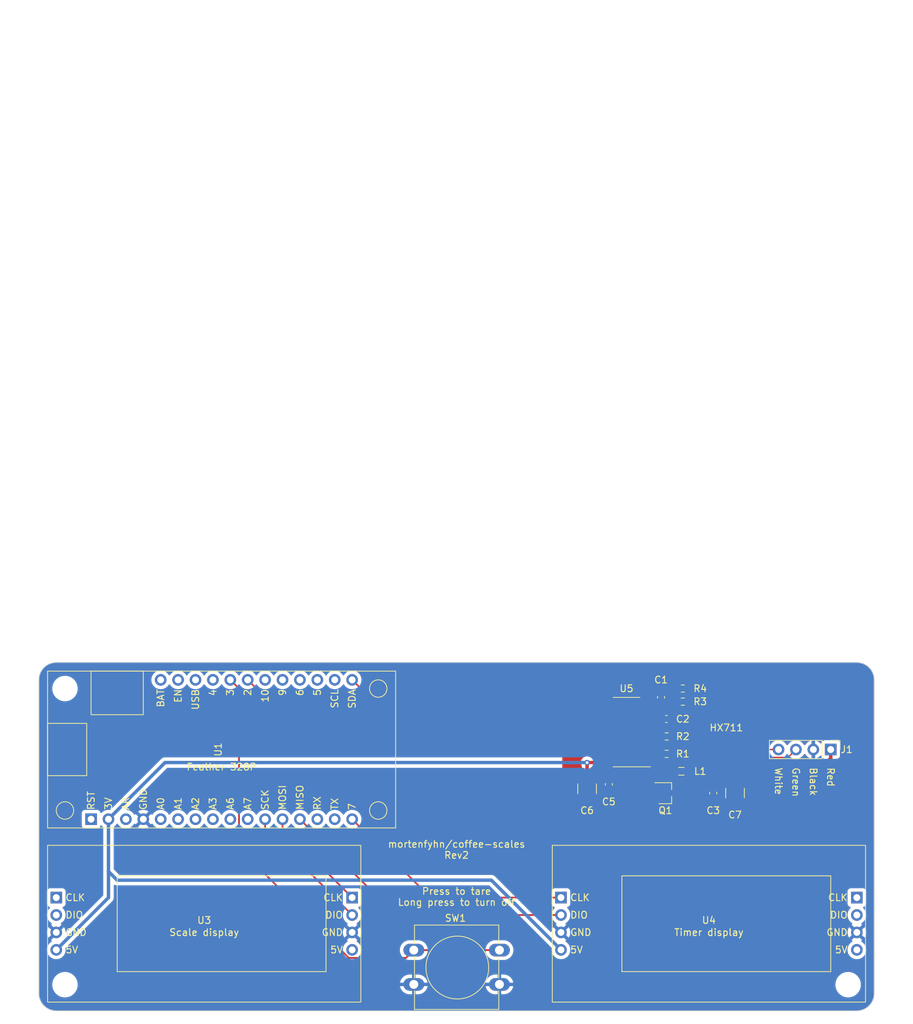
<source format=kicad_pcb>
(kicad_pcb (version 20240108) (generator "pcbnew") (generator_version "8.0")
  (layers (0 "F.Cu" signal) (31 "B.Cu" signal) (34 "B.Paste" user) (35 "F.Paste" user) (36 "B.SilkS" user "B.Silkscreen") (37 "F.SilkS" user "F.Silkscreen") (38 "B.Mask" user) (39 "F.Mask" user) (44 "Edge.Cuts" user))
  (net 0 "")
  (net 1 "GND")
  (net 2 "+3V3")
  (net 3 "/HX711/A+")
  (net 4 "/HX711/A-")
  (net 5 "Net-(U1-D3)")
  (net 7 "Net-(U1-MOSI)")
  (net 11 "/HX711/SCK")
  (net 16 "Net-(U1-D7)")
  (net 19 "/HX711/DAT")
  (net 20 "Net-(U1-SCK)")
  (net 29 "Net-(U1-MISO)")
  (net 37 "Net-(Q1-C)")
  (net 38 "Net-(Q1-B)")
  (net 39 "/HX711/E+")
  (net 40 "Net-(U5-INNA)")
  (net 41 "Net-(U5-INPA)")
  (net 42 "Net-(U5-VBG)")
  (net 43 "Net-(U5-VFB)")
  (footprint "Button_Switch_THT:SW_PUSH-12mm" (layer "F.Cu") (at 87.74 163.87)
    (property "Reference" "SW1" (at 6.08 -4.66 0) (layer "F.SilkS"))
    (property "Value" "SW_Push")
    (fp_line (start 0.1 -3.65) (end 12.4 -3.65) (stroke (width 0.12)) (layer "F.SilkS"))
    (fp_line (start 0.1 -0.93) (end 0.1 -3.65) (stroke (width 0.12)) (layer "F.SilkS"))
    (fp_line (start 0.1 4.07) (end 0.1 0.93) (stroke (width 0.12)) (layer "F.SilkS"))
    (fp_line (start 0.1 8.65) (end 0.1 5.93) (stroke (width 0.12)) (layer "F.SilkS"))
    (fp_line (start 12.4 -3.65) (end 12.4 -0.93) (stroke (width 0.12)) (layer "F.SilkS"))
    (fp_line (start 12.4 0.93) (end 12.4 4.07) (stroke (width 0.12)) (layer "F.SilkS"))
    (fp_line (start 12.4 5.93) (end 12.4 8.65) (stroke (width 0.12)) (layer "F.SilkS"))
    (fp_line (start 12.4 8.65) (end 0.1 8.65) (stroke (width 0.12)) (layer "F.SilkS"))
    (fp_circle (center 6.35 2.54) (end 10.16 5.08) (stroke (width 0.12)) (fill none) (layer "F.SilkS"))
    (pad "1" thru_hole oval (at 0 0) (size 3.048 1.85) (drill 1.3) (layers "*.Cu" "*.Mask") (net 5 "Net-(U1-D3)"))
    (pad "1" thru_hole oval (at 12.5 0) (size 3.048 1.85) (drill 1.3) (layers "*.Cu" "*.Mask") (net 5 "Net-(U1-D3)"))
    (pad "2" thru_hole oval (at 0 5) (size 3.048 1.85) (drill 1.3) (layers "*.Cu" "*.Mask") (net 1 "GND"))
    (pad "2" thru_hole oval (at 12.5 5) (size 3.048 1.85) (drill 1.3) (layers "*.Cu" "*.Mask") (net 1 "GND"))
  )
  (footprint "Capacitor_SMD:C_0603_1608Metric" (layer "F.Cu") (at 131.445 140.97 -90)
    (property "Reference" "C3" (at 2.54 0 0) (layer "F.SilkS"))
    (property "Value" "0.1uF")
    (fp_line (start -0.14058 0.51) (end 0.14058 0.51) (stroke (width 0.12)) (layer "F.SilkS"))
    (fp_line (start -0.14058 -0.51) (end 0.14058 -0.51) (stroke (width 0.12)) (layer "F.SilkS"))
    (pad "1" smd roundrect (at -0.775 0 270) (size 0.9 0.95) (layers "F.Cu" "F.Paste" "F.Mask") (net 39 "/HX711/E+"))
    (pad "2" smd roundrect (at 0.775 0 270) (size 0.9 0.95) (layers "F.Cu" "F.Paste" "F.Mask") (net 1 "GND"))
  )
  (footprint "Resistor_SMD:R_0603_1608Metric" (layer "F.Cu") (at 127 125.73)
    (property "Reference" "R4" (at 2.54 0 0) (layer "F.SilkS"))
    (property "Value" "100")
    (fp_line (start -0.237258 -0.5225) (end 0.237258 -0.5225) (stroke (width 0.12)) (layer "F.SilkS"))
    (fp_line (start -0.237258 0.5225) (end 0.237258 0.5225) (stroke (width 0.12)) (layer "F.SilkS"))
    (pad "1" smd roundrect (at -0.825 0) (size 0.8 0.95) (layers "F.Cu" "F.Paste" "F.Mask") (net 41 "Net-(U5-INPA)"))
    (pad "2" smd roundrect (at 0.825 0) (size 0.8 0.95) (layers "F.Cu" "F.Paste" "F.Mask") (net 3 "/HX711/A+"))
  )
  (footprint "Resistor_SMD:R_0603_1608Metric" (layer "F.Cu") (at 124.65 132.715)
    (property "Reference" "R2" (at 2.35 0 0) (layer "F.SilkS"))
    (property "Value" "8.2k")
    (fp_line (start -0.237258 -0.5225) (end 0.237258 -0.5225) (stroke (width 0.12)) (layer "F.SilkS"))
    (fp_line (start -0.237258 0.5225) (end 0.237258 0.5225) (stroke (width 0.12)) (layer "F.SilkS"))
    (pad "1" smd roundrect (at -0.825 0) (size 0.8 0.95) (layers "F.Cu" "F.Paste" "F.Mask") (net 43 "Net-(U5-VFB)"))
    (pad "2" smd roundrect (at 0.825 0) (size 0.8 0.95) (layers "F.Cu" "F.Paste" "F.Mask") (net 1 "GND"))
  )
  (footprint "Capacitor_SMD:C_0603_1608Metric" (layer "F.Cu") (at 116.205 139.7 -90)
    (property "Reference" "C5" (at 2.54 0 0) (layer "F.SilkS"))
    (property "Value" "0.1uF")
    (fp_line (start -0.14058 0.51) (end 0.14058 0.51) (stroke (width 0.12)) (layer "F.SilkS"))
    (fp_line (start -0.14058 -0.51) (end 0.14058 -0.51) (stroke (width 0.12)) (layer "F.SilkS"))
    (pad "1" smd roundrect (at -0.775 0 270) (size 0.9 0.95) (layers "F.Cu" "F.Paste" "F.Mask") (net 2 "+3V3"))
    (pad "2" smd roundrect (at 0.775 0 270) (size 0.9 0.95) (layers "F.Cu" "F.Paste" "F.Mask") (net 1 "GND"))
  )
  (footprint "Resistor_SMD:R_0603_1608Metric" (layer "F.Cu") (at 124.65 135.255)
    (property "Reference" "R1" (at 2.35 0 0) (layer "F.SilkS"))
    (property "Value" "20k")
    (fp_line (start -0.237258 -0.5225) (end 0.237258 -0.5225) (stroke (width 0.12)) (layer "F.SilkS"))
    (fp_line (start -0.237258 0.5225) (end 0.237258 0.5225) (stroke (width 0.12)) (layer "F.SilkS"))
    (pad "1" smd roundrect (at -0.825 0) (size 0.8 0.95) (layers "F.Cu" "F.Paste" "F.Mask") (net 37 "Net-(Q1-C)"))
    (pad "2" smd roundrect (at 0.825 0) (size 0.8 0.95) (layers "F.Cu" "F.Paste" "F.Mask") (net 43 "Net-(U5-VFB)"))
  )
  (footprint "CoffeeLib:4DIGIT_7SEG" (layer "F.Cu") (at 130.81 160.02)
    (property "Reference" "U4" (at 0 -0.5 0) (layer "F.SilkS"))
    (property "Value" "4DIGIT_7SEG")
    (fp_rect (start -22.86 -11.43) (end 22.86 11.43) (stroke (width 0.12)) (fill none) (layer "F.SilkS"))
    (fp_rect (start 17.78 6.985) (end -12.7 -6.985) (stroke (width 0.12)) (fill none) (layer "F.SilkS"))
    (fp_text user "CLK" (at -20.32 -3.81 0) (layer "F.SilkS") (effects (justify left)))
    (fp_text user "5V" (at -20.32 3.81 0) (layer "F.SilkS") (effects (justify left)))
    (fp_text user "5V" (at 20.32 3.81 0) (layer "F.SilkS") (effects (justify right)))
    (fp_text user "DIO" (at 20.32 -1.27 0) (layer "F.SilkS") (effects (justify right)))
    (fp_text user "GND" (at -20.32 1.27 0) (layer "F.SilkS") (effects (justify left)))
    (fp_text user "GND" (at 20.32 1.27 0) (layer "F.SilkS") (effects (justify right)))
    (fp_text user "CLK" (at 20.32 -3.81 0) (layer "F.SilkS") (effects (justify right)))
    (fp_text user "DIO" (at -20.32 -1.27 0) (layer "F.SilkS") (effects (justify left)))
    (pad "1" thru_hole rect (at -21.59 -3.81) (size 1.7 1.7) (drill 1) (layers "*.Cu" "*.Mask") (net 16 "Net-(U1-D7)"))
    (pad "2" thru_hole circle (at -21.59 -1.27) (size 1.7 1.7) (drill 1) (layers "*.Cu" "*.Mask") (net 29 "Net-(U1-MISO)"))
    (pad "3" thru_hole circle (at -21.59 1.27) (size 1.7 1.7) (drill 1) (layers "*.Cu" "*.Mask") (net 1 "GND"))
    (pad "4" thru_hole circle (at -21.59 3.81) (size 1.7 1.7) (drill 1) (layers "*.Cu" "*.Mask") (net 2 "+3V3"))
    (pad "5" thru_hole rect (at 21.59 -3.81) (size 1.7 1.7) (drill 1) (layers "*.Cu" "*.Mask"))
    (pad "6" thru_hole circle (at 21.59 -1.27) (size 1.7 1.7) (drill 1) (layers "*.Cu" "*.Mask"))
    (pad "7" thru_hole circle (at 21.59 1.27) (size 1.7 1.7) (drill 1) (layers "*.Cu" "*.Mask") (net 1 "GND"))
    (pad "8" thru_hole circle (at 21.59 3.81) (size 1.7 1.7) (drill 1) (layers "*.Cu" "*.Mask"))
  )
  (footprint "CoffeeLib:4DIGIT_7SEG" (layer "F.Cu") (at 57.15 160.02)
    (property "Reference" "U3" (at 0 -0.5 0) (layer "F.SilkS"))
    (property "Value" "4DIGIT_7SEG")
    (fp_rect (start -22.86 -11.43) (end 22.86 11.43) (stroke (width 0.12)) (fill none) (layer "F.SilkS"))
    (fp_rect (start 17.78 6.985) (end -12.7 -6.985) (stroke (width 0.12)) (fill none) (layer "F.SilkS"))
    (fp_text user "CLK" (at -20.32 -3.81 0) (layer "F.SilkS") (effects (justify left)))
    (fp_text user "GND" (at 20.32 1.27 0) (layer "F.SilkS") (effects (justify right)))
    (fp_text user "GND" (at -20.32 1.27 0) (layer "F.SilkS") (effects (justify left)))
    (fp_text user "5V" (at -20.32 3.81 0) (layer "F.SilkS") (effects (justify left)))
    (fp_text user "CLK" (at 20.32 -3.81 0) (layer "F.SilkS") (effects (justify right)))
    (fp_text user "5V" (at 20.32 3.81 0) (layer "F.SilkS") (effects (justify right)))
    (fp_text user "DIO" (at -20.32 -1.27 0) (layer "F.SilkS") (effects (justify left)))
    (fp_text user "DIO" (at 20.32 -1.27 0) (layer "F.SilkS") (effects (justify right)))
    (pad "1" thru_hole rect (at -21.59 -3.81) (size 1.7 1.7) (drill 1) (layers "*.Cu" "*.Mask"))
    (pad "2" thru_hole circle (at -21.59 -1.27) (size 1.7 1.7) (drill 1) (layers "*.Cu" "*.Mask"))
    (pad "3" thru_hole circle (at -21.59 1.27) (size 1.7 1.7) (drill 1) (layers "*.Cu" "*.Mask") (net 1 "GND"))
    (pad "4" thru_hole circle (at -21.59 3.81) (size 1.7 1.7) (drill 1) (layers "*.Cu" "*.Mask") (net 2 "+3V3"))
    (pad "5" thru_hole rect (at 21.59 -3.81) (size 1.7 1.7) (drill 1) (layers "*.Cu" "*.Mask") (net 7 "Net-(U1-MOSI)"))
    (pad "6" thru_hole circle (at 21.59 -1.27) (size 1.7 1.7) (drill 1) (layers "*.Cu" "*.Mask") (net 20 "Net-(U1-SCK)"))
    (pad "7" thru_hole circle (at 21.59 1.27) (size 1.7 1.7) (drill 1) (layers "*.Cu" "*.Mask") (net 1 "GND"))
    (pad "8" thru_hole circle (at 21.59 3.81) (size 1.7 1.7) (drill 1) (layers "*.Cu" "*.Mask"))
  )
  (footprint "Connector_PinHeader_2.54mm:PinHeader_1x04_P2.54mm_Vertical" (layer "F.Cu") (at 148.59 134.62 -90)
    (property "Reference" "J1" (at 0 -2.33 0) (layer "F.SilkS"))
    (property "Value" "Conn_01x04")
    (fp_line (start -1.33 8.95) (end 1.33 8.95) (stroke (width 0.12)) (layer "F.SilkS"))
    (fp_line (start -1.33 1.27) (end -1.33 8.95) (stroke (width 0.12)) (layer "F.SilkS"))
    (fp_line (start -1.33 1.27) (end 1.33 1.27) (stroke (width 0.12)) (layer "F.SilkS"))
    (fp_line (start 1.33 1.27) (end 1.33 8.95) (stroke (width 0.12)) (layer "F.SilkS"))
    (fp_line (start -1.33 0) (end -1.33 -1.33) (stroke (width 0.12)) (layer "F.SilkS"))
    (fp_line (start -1.33 -1.33) (end 0 -1.33) (stroke (width 0.12)) (layer "F.SilkS"))
    (pad "1" thru_hole rect (at 0 0 270) (size 1.7 1.7) (drill 1) (layers "*.Cu" "*.Mask") (net 39 "/HX711/E+"))
    (pad "2" thru_hole oval (at 0 2.54 270) (size 1.7 1.7) (drill 1) (layers "*.Cu" "*.Mask") (net 1 "GND"))
    (pad "3" thru_hole oval (at 0 5.08 270) (size 1.7 1.7) (drill 1) (layers "*.Cu" "*.Mask") (net 4 "/HX711/A-"))
    (pad "4" thru_hole oval (at 0 7.62 270) (size 1.7 1.7) (drill 1) (layers "*.Cu" "*.Mask") (net 3 "/HX711/A+"))
  )
  (footprint "Package_TO_SOT_SMD:TSOT-23" (layer "F.Cu") (at 124.42 140.97)
    (property "Reference" "Q1" (at 0.04 2.54 0) (layer "F.SilkS"))
    (property "Value" "MMBT4403")
    (fp_line (start 0.93 -1.51) (end -1.5 -1.51) (stroke (width 0.12)) (layer "F.SilkS"))
    (fp_line (start 0.95 -1.5) (end 0.95 -0.5) (stroke (width 0.12)) (layer "F.SilkS"))
    (fp_line (start 0.95 0.5) (end 0.95 1.55) (stroke (width 0.12)) (layer "F.SilkS"))
    (fp_line (start 0.95 1.55) (end -0.9 1.55) (stroke (width 0.12)) (layer "F.SilkS"))
    (pad "1" smd rect (at -1.31 -0.95) (size 1.22 0.65) (layers "F.Cu" "F.Paste" "F.Mask") (net 38 "Net-(Q1-B)"))
    (pad "2" smd rect (at -1.31 0.95) (size 1.22 0.65) (layers "F.Cu" "F.Paste" "F.Mask") (net 2 "+3V3"))
    (pad "3" smd rect (at 1.31 0) (size 1.22 0.65) (layers "F.Cu" "F.Paste" "F.Mask") (net 37 "Net-(Q1-C)"))
  )
  (footprint "Capacitor_SMD:C_1210_3225Metric" (layer "F.Cu") (at 134.62 140.97 -90)
    (property "Reference" "C7" (at 3.175 0 0) (layer "F.SilkS"))
    (property "Value" "10uF")
    (fp_line (start -0.711252 1.36) (end 0.711252 1.36) (stroke (width 0.12)) (layer "F.SilkS"))
    (fp_line (start -0.711252 -1.36) (end 0.711252 -1.36) (stroke (width 0.12)) (layer "F.SilkS"))
    (pad "1" smd roundrect (at -1.475 0 270) (size 1.15 2.7) (layers "F.Cu" "F.Paste" "F.Mask") (roundrect_rratio 0.217391) (net 39 "/HX711/E+"))
    (pad "2" smd roundrect (at 1.475 0 270) (size 1.15 2.7) (layers "F.Cu" "F.Paste" "F.Mask") (roundrect_rratio 0.217391) (net 1 "GND"))
  )
  (footprint "MountingHole:MountingHole_3.2mm_M3" (layer "F.Cu") (at 151.13 168.91)
    (property "Reference" "REF**" (hide yes))
    (property "Value" "MountingHole_3.2mm_M3")
    (pad "" np_thru_hole circle (at 0 0) (size 3.2 3.2) (drill 3.2) (layers "*.Cu" "*.Mask"))
  )
  (footprint "MountingHole:MountingHole_3.2mm_M3" (layer "F.Cu") (at 36.83 168.91)
    (property "Reference" "REF**" (hide yes))
    (property "Value" "MountingHole_3.2mm_M3")
    (pad "" np_thru_hole circle (at 0 0) (size 3.2 3.2) (drill 3.2) (layers "*.Cu" "*.Mask"))
  )
  (footprint "MountingHole:MountingHole_3.2mm_M3" (layer "F.Cu") (at 36.83 125.73)
    (property "Reference" "REF**" (hide yes))
    (property "Value" "MountingHole_3.2mm_M3")
    (pad "" np_thru_hole circle (at 0 0) (size 3.2 3.2) (drill 3.2) (layers "*.Cu" "*.Mask"))
  )
  (footprint "Capacitor_SMD:C_0603_1608Metric" (layer "F.Cu") (at 123.825 127 90)
    (property "Reference" "C1" (at 2.54 0 0) (layer "F.SilkS"))
    (property "Value" "0.1uF")
    (fp_line (start -0.14058 -0.51) (end 0.14058 -0.51) (stroke (width 0.12)) (layer "F.SilkS"))
    (fp_line (start -0.14058 0.51) (end 0.14058 0.51) (stroke (width 0.12)) (layer "F.SilkS"))
    (pad "1" smd roundrect (at -0.775 0 90) (size 0.9 0.95) (layers "F.Cu" "F.Paste" "F.Mask") (net 40 "Net-(U5-INNA)"))
    (pad "2" smd roundrect (at 0.775 0 90) (size 0.9 0.95) (layers "F.Cu" "F.Paste" "F.Mask") (net 41 "Net-(U5-INPA)"))
  )
  (footprint "Inductor_SMD:L_0805_2012Metric" (layer "F.Cu") (at 126.7925 137.795 180)
    (property "Reference" "L1" (at -2.7475 0 0) (layer "F.SilkS"))
    (property "Value" "3.3uH")
    (fp_line (start -0.399622 0.56) (end 0.399622 0.56) (stroke (width 0.12)) (layer "F.SilkS"))
    (fp_line (start -0.399622 -0.56) (end 0.399622 -0.56) (stroke (width 0.12)) (layer "F.SilkS"))
    (pad "1" smd roundrect (at -1.0625 0 180) (size 0.875 1.2) (layers "F.Cu" "F.Paste" "F.Mask") (net 39 "/HX711/E+"))
    (pad "2" smd roundrect (at 1.0625 0 180) (size 0.875 1.2) (layers "F.Cu" "F.Paste" "F.Mask") (net 37 "Net-(Q1-C)"))
  )
  (footprint "Package_SO:SOP-16_3.9x9.9mm_P1.27mm" (layer "F.Cu") (at 118.785 132.08 180)
    (property "Reference" "U5" (at 0 6.35 0) (layer "F.SilkS"))
    (property "Value" "~")
    (fp_line (start 0 5.06) (end 1.95 5.06) (stroke (width 0.12)) (layer "F.SilkS"))
    (fp_line (start 0 5.06) (end -1.95 5.06) (stroke (width 0.12)) (layer "F.SilkS"))
    (fp_line (start 0 -5.06) (end 1.95 -5.06) (stroke (width 0.12)) (layer "F.SilkS"))
    (fp_line (start 0 -5.06) (end -3.5 -5.06) (stroke (width 0.12)) (layer "F.SilkS"))
    (pad "1" smd roundrect (at -2.5 -4.445 180) (size 2 0.6) (layers "F.Cu" "F.Paste" "F.Mask") (net 2 "+3V3"))
    (pad "2" smd roundrect (at -2.5 -3.175 180) (size 2 0.6) (layers "F.Cu" "F.Paste" "F.Mask") (net 38 "Net-(Q1-B)"))
    (pad "3" smd roundrect (at -2.5 -1.905 180) (size 2 0.6) (layers "F.Cu" "F.Paste" "F.Mask") (net 37 "Net-(Q1-C)"))
    (pad "4" smd roundrect (at -2.5 -0.635 180) (size 2 0.6) (layers "F.Cu" "F.Paste" "F.Mask") (net 43 "Net-(U5-VFB)"))
    (pad "5" smd roundrect (at -2.5 0.635 180) (size 2 0.6) (layers "F.Cu" "F.Paste" "F.Mask") (net 1 "GND"))
    (pad "6" smd roundrect (at -2.5 1.905 180) (size 2 0.6) (layers "F.Cu" "F.Paste" "F.Mask") (net 42 "Net-(U5-VBG)"))
    (pad "7" smd roundrect (at -2.5 3.175 180) (size 2 0.6) (layers "F.Cu" "F.Paste" "F.Mask") (net 40 "Net-(U5-INNA)"))
    (pad "8" smd roundrect (at -2.5 4.445 180) (size 2 0.6) (layers "F.Cu" "F.Paste" "F.Mask") (net 41 "Net-(U5-INPA)"))
    (pad "9" smd roundrect (at 2.5 4.445 180) (size 2 0.6) (layers "F.Cu" "F.Paste" "F.Mask") (net 1 "GND"))
    (pad "10" smd roundrect (at 2.5 3.175 180) (size 2 0.6) (layers "F.Cu" "F.Paste" "F.Mask") (net 1 "GND"))
    (pad "11" smd roundrect (at 2.5 1.905 180) (size 2 0.6) (layers "F.Cu" "F.Paste" "F.Mask") (net 11 "/HX711/SCK"))
    (pad "12" smd roundrect (at 2.5 0.635 180) (size 2 0.6) (layers "F.Cu" "F.Paste" "F.Mask") (net 19 "/HX711/DAT"))
    (pad "13" smd roundrect (at 2.5 -0.635 180) (size 2 0.6) (layers "F.Cu" "F.Paste" "F.Mask"))
    (pad "14" smd roundrect (at 2.5 -1.905 180) (size 2 0.6) (layers "F.Cu" "F.Paste" "F.Mask") (net 1 "GND"))
    (pad "15" smd roundrect (at 2.5 -3.175 180) (size 2 0.6) (layers "F.Cu" "F.Paste" "F.Mask") (net 1 "GND"))
    (pad "16" smd roundrect (at 2.5 -4.445 180) (size 2 0.6) (layers "F.Cu" "F.Paste" "F.Mask") (net 2 "+3V3"))
  )
  (footprint "Resistor_SMD:R_0603_1608Metric" (layer "F.Cu") (at 127 127.635)
    (property "Reference" "R3" (at 2.54 0 0) (layer "F.SilkS"))
    (property "Value" "100")
    (fp_line (start -0.237258 -0.5225) (end 0.237258 -0.5225) (stroke (width 0.12)) (layer "F.SilkS"))
    (fp_line (start -0.237258 0.5225) (end 0.237258 0.5225) (stroke (width 0.12)) (layer "F.SilkS"))
    (pad "1" smd roundrect (at -0.825 0) (size 0.8 0.95) (layers "F.Cu" "F.Paste" "F.Mask") (net 40 "Net-(U5-INNA)"))
    (pad "2" smd roundrect (at 0.825 0) (size 0.8 0.95) (layers "F.Cu" "F.Paste" "F.Mask") (net 4 "/HX711/A-"))
  )
  (footprint "Capacitor_SMD:C_1210_3225Metric" (layer "F.Cu") (at 113.03 140.335 -90)
    (property "Reference" "C6" (at 3.175 0 0) (layer "F.SilkS"))
    (property "Value" "10uF")
    (fp_line (start -0.711252 1.36) (end 0.711252 1.36) (stroke (width 0.12)) (layer "F.SilkS"))
    (fp_line (start -0.711252 -1.36) (end 0.711252 -1.36) (stroke (width 0.12)) (layer "F.SilkS"))
    (pad "1" smd roundrect (at -1.475 0 270) (size 1.15 2.7) (layers "F.Cu" "F.Paste" "F.Mask") (roundrect_rratio 0.217391) (net 2 "+3V3"))
    (pad "2" smd roundrect (at 1.475 0 270) (size 1.15 2.7) (layers "F.Cu" "F.Paste" "F.Mask") (roundrect_rratio 0.217391) (net 1 "GND"))
  )
  (footprint "CoffeeLib:Adafruit_Feather_328P" (layer "F.Cu") (at 59.69 134.62 90)
    (property "Reference" "U1" (at 0 -0.5 90) (layer "F.SilkS"))
    (property "Value" "Adafruit_Feather_328P")
    (fp_rect (start -3.81 -25.4) (end 3.81 -19.685) (stroke (width 0.12)) (fill none) (layer "F.SilkS"))
    (fp_rect (start -11.43 -25.4) (end 11.43 25.4) (stroke (width 0.12)) (fill none) (layer "F.SilkS"))
    (fp_rect (start 11.43 -11.43) (end 5.08 -19.05) (stroke (width 0.12)) (fill none) (layer "F.SilkS"))
    (fp_circle (center 8.89 -22.86) (end 8.89 -24.13) (stroke (width 0.12)) (fill none) (layer "F.SilkS"))
    (fp_circle (center -8.89 -22.86) (end -8.89 -24.13) (stroke (width 0.12)) (fill none) (layer "F.SilkS"))
    (fp_circle (center 8.89 22.86) (end 8.89 24.13) (stroke (width 0.12)) (fill none) (layer "F.SilkS"))
    (fp_circle (center -8.89 22.86) (end -8.89 24.13) (stroke (width 0.12)) (fill none) (layer "F.SilkS"))
    (fp_text user "BAT" (at 8.89 -8.89 90) (layer "F.SilkS") (effects (justify right)))
    (fp_text user "6" (at 8.89 11.43 90) (layer "F.SilkS") (effects (justify right)))
    (fp_text user "AR" (at -8.890448 -13.994681 90) (layer "F.SilkS") (effects (justify left)))
    (fp_text user "A0" (at -8.89 -8.89 90) (layer "F.SilkS") (effects (justify left)))
    (fp_text user "USB" (at 8.89 -3.81 90) (layer "F.SilkS") (effects (justify right)))
    (fp_text user "2" (at 8.89 3.81 90) (layer "F.SilkS") (effects (justify right)))
    (fp_text user "MOSI" (at -8.89 8.89 90) (layer "F.SilkS") (effects (justify left)))
    (fp_text user "5" (at 8.89 13.97 90) (layer "F.SilkS") (effects (justify right)))
    (fp_text user "SDA" (at 8.89 19.05 90) (layer "F.SilkS") (effects (justify right)))
    (fp_text user "MISO" (at -8.89 11.43 90) (layer "F.SilkS") (effects (justify left)))
    (fp_text user "A7" (at -8.89 3.81 90) (layer "F.SilkS") (effects (justify left)))
    (fp_text user "10" (at 8.89 6.35 90) (layer "F.SilkS") (effects (justify right)))
    (fp_text user "EN" (at 8.89 -6.35 90) (layer "F.SilkS") (effects (justify right)))
    (fp_text user "A6" (at -8.89 1.27 90) (layer "F.SilkS") (effects (justify left)))
    (fp_text user "SCK" (at -8.89 6.35 90) (layer "F.SilkS") (effects (justify left)))
    (fp_text user "9" (at 8.89 8.89 90) (layer "F.SilkS") (effects (justify right)))
    (fp_text user "A3" (at -8.89 -1.27 90) (layer "F.SilkS") (effects (justify left)))
    (fp_text user "GND" (at -8.89 -11.43 90) (layer "F.SilkS") (effects (justify left)))
    (fp_text user "3V" (at -8.89 -16.51 90) (layer "F.SilkS") (effects (justify left)))
    (fp_text user "7" (at -8.89 19.05 90) (layer "F.SilkS") (effects (justify left)))
    (fp_text user "4" (at 8.868854 -1.271866 90) (layer "F.SilkS") (effects (justify right)))
    (fp_text user "RX" (at -8.89 13.97 90) (layer "F.SilkS") (effects (justify left)))
    (fp_text user "TX" (at -8.89 16.51 90) (layer "F.SilkS") (effects (justify left)))
    (fp_text user "A1" (at -8.89 -6.35 90) (layer "F.SilkS") (effects (justify left)))
    (fp_text user "3" (at 8.89 1.27 90) (layer "F.SilkS") (effects (justify right)))
    (fp_text user "SCL" (at 8.89 16.51 90) (layer "F.SilkS") (effects (justify right)))
    (fp_text user "A2" (at -8.89 -3.81 90) (layer "F.SilkS") (effects (justify left)))
    (fp_text user "RST" (at -8.89 -19.05 90) (layer "F.SilkS") (effects (justify left)))
    (pad "1" thru_hole rect (at -10.16 -19.05 90) (size 1.7 1.7) (drill 1) (layers "*.Cu" "*.Mask"))
    (pad "2" thru_hole circle (at -10.16 -16.51 90) (size 1.7 1.7) (drill 1) (layers "*.Cu" "*.Mask") (net 2 "+3V3"))
    (pad "3" thru_hole circle (at -10.16 -13.97 90) (size 1.7 1.7) (drill 1) (layers "*.Cu" "*.Mask"))
    (pad "4" thru_hole circle (at -10.16 -11.43 90) (size 1.7 1.7) (drill 1) (layers "*.Cu" "*.Mask") (net 1 "GND"))
    (pad "5" thru_hole circle (at -10.16 -8.89 90) (size 1.7 1.7) (drill 1) (layers "*.Cu" "*.Mask"))
    (pad "6" thru_hole circle (at -10.16 -6.35 90) (size 1.7 1.7) (drill 1) (layers "*.Cu" "*.Mask"))
    (pad "7" thru_hole circle (at -10.16 -3.81 90) (size 1.7 1.7) (drill 1) (layers "*.Cu" "*.Mask"))
    (pad "8" thru_hole circle (at -10.16 -1.27 90) (size 1.7 1.7) (drill 1) (layers "*.Cu" "*.Mask"))
    (pad "9" thru_hole circle (at -10.16 1.27 90) (size 1.7 1.7) (drill 1) (layers "*.Cu" "*.Mask"))
    (pad "10" thru_hole circle (at -10.16 3.81 90) (size 1.7 1.7) (drill 1) (layers "*.Cu" "*.Mask"))
    (pad "11" thru_hole circle (at -10.16 6.35 90) (size 1.7 1.7) (drill 1) (layers "*.Cu" "*.Mask") (net 20 "Net-(U1-SCK)"))
    (pad "12" thru_hole circle (at -10.16 8.89 90) (size 1.7 1.7) (drill 1) (layers "*.Cu" "*.Mask") (net 7 "Net-(U1-MOSI)"))
    (pad "13" thru_hole circle (at -10.16 11.43 90) (size 1.7 1.7) (drill 1) (layers "*.Cu" "*.Mask") (net 29 "Net-(U1-MISO)"))
    (pad "14" thru_hole circle (at -10.16 13.97 90) (size 1.7 1.7) (drill 1) (layers "*.Cu" "*.Mask"))
    (pad "15" thru_hole circle (at -10.16 16.51 90) (size 1.7 1.7) (drill 1) (layers "*.Cu" "*.Mask"))
    (pad "16" thru_hole circle (at -10.16 19.05 90) (size 1.7 1.7) (drill 1) (layers "*.Cu" "*.Mask") (net 16 "Net-(U1-D7)"))
    (pad "17" thru_hole circle (at 10.16 -8.89 90) (size 1.7 1.7) (drill 1) (layers "*.Cu" "*.Mask"))
    (pad "18" thru_hole circle (at 10.16 -6.35 90) (size 1.7 1.7) (drill 1) (layers "*.Cu" "*.Mask"))
    (pad "19" thru_hole circle (at 10.16 -3.81 90) (size 1.7 1.7) (drill 1) (layers "*.Cu" "*.Mask"))
    (pad "20" thru_hole circle (at 10.16 -1.27 90) (size 1.7 1.7) (drill 1) (layers "*.Cu" "*.Mask"))
    (pad "21" thru_hole circle (at 10.16 1.27 90) (size 1.7 1.7) (drill 1) (layers "*.Cu" "*.Mask") (net 5 "Net-(U1-D3)"))
    (pad "22" thru_hole circle (at 10.16 3.81 90) (size 1.7 1.7) (drill 1) (layers "*.Cu" "*.Mask") (net 19 "/HX711/DAT"))
    (pad "23" thru_hole circle (at 10.16 6.35 90) (size 1.7 1.7) (drill 1) (layers "*.Cu" "*.Mask"))
    (pad "24" thru_hole circle (at 10.16 8.89 90) (size 1.7 1.7) (drill 1) (layers "*.Cu" "*.Mask"))
    (pad "25" thru_hole circle (at 10.16 11.43 90) (size 1.7 1.7) (drill 1) (layers "*.Cu" "*.Mask"))
    (pad "26" thru_hole circle (at 10.16 13.97 90) (size 1.7 1.7) (drill 1) (layers "*.Cu" "*.Mask"))
    (pad "27" thru_hole circle (at 10.16 16.51 90) (size 1.7 1.7) (drill 1) (layers "*.Cu" "*.Mask"))
    (pad "28" thru_hole circle (at 10.16 19.05 90) (size 1.7 1.7) (drill 1) (layers "*.Cu" "*.Mask") (net 11 "/HX711/SCK"))
  )
  (footprint "Capacitor_SMD:C_0603_1608Metric" (layer "F.Cu") (at 124.6 130.175 180)
    (property "Reference" "C2" (at -2.4 0 0) (layer "F.SilkS"))
    (property "Value" "0.1uF")
    (fp_line (start -0.14058 0.51) (end 0.14058 0.51) (stroke (width 0.12)) (layer "F.SilkS"))
    (fp_line (start -0.14058 -0.51) (end 0.14058 -0.51) (stroke (width 0.12)) (layer "F.SilkS"))
    (pad "1" smd roundrect (at -0.775 0 180) (size 0.9 0.95) (layers "F.Cu" "F.Paste" "F.Mask") (net 1 "GND"))
    (pad "2" smd roundrect (at 0.775 0 180) (size 0.9 0.95) (layers "F.Cu" "F.Paste" "F.Mask") (net 42 "Net-(U5-VBG)"))
  )
  (gr_arc (start 33.02 124.46) (mid 33.763949 122.663949) (end 35.56 121.92) (stroke (width 0.1)) (layer "Edge.Cuts"))
  (gr_arc (start 154.94 170.18) (mid 154.196051 171.976051) (end 152.4 172.72) (stroke (width 0.1)) (layer "Edge.Cuts"))
  (gr_line (start 35.56 121.92) (end 152.4 121.92) (stroke (width 0.1)) (layer "Edge.Cuts"))
  (gr_line (start 154.94 124.46) (end 154.94 170.18) (stroke (width 0.1)) (layer "Edge.Cuts"))
  (gr_arc (start 35.56 172.72) (mid 33.763949 171.976051) (end 33.02 170.18) (stroke (width 0.1)) (layer "Edge.Cuts"))
  (gr_arc (start 152.4 121.92) (mid 154.196051 122.663949) (end 154.94 124.46) (stroke (width 0.1)) (layer "Edge.Cuts"))
  (gr_line (start 33.02 170.18) (end 33.02 124.46) (stroke (width 0.1)) (layer "Edge.Cuts"))
  (gr_line (start 152.4 172.72) (end 35.56 172.72) (stroke (width 0.1)) (layer "Edge.Cuts"))
  (gr_text "Red" (at 148.58 137.16 -90) (layer "F.SilkS") (effects (font (size 1 1)) (justify left)))
  (gr_text "mortenfyhn/coffee-scales\nRev2" (at 93.98 149.225 0) (layer "F.SilkS") (effects (font (size 1 1))))
  (gr_text "Timer display\n" (at 130.81 161.29 0) (layer "F.SilkS") (effects (font (size 1 1))))
  (gr_text "HX711" (at 133.35 131.445 0) (layer "F.SilkS") (effects (font (size 1 1))))
  (gr_text "Green" (at 143.51 137.16 -90) (layer "F.SilkS") (effects (font (size 1 1)) (justify left)))
  (gr_text "Feather 328P" (at 59.69 137.16 0) (layer "F.SilkS") (effects (font (size 1 1))))
  (gr_text "Black" (at 146.05 137.16 -90) (layer "F.SilkS") (effects (font (size 1 1)) (justify left)))
  (gr_text "White" (at 140.97 137.16 -90) (layer "F.SilkS") (effects (font (size 1 1)) (justify left)))
  (gr_text "Press to tare\nLong press to turn off" (at 93.98 157.48 0) (layer "F.SilkS") (effects (font (size 1 1)) (justify bottom)))
  (gr_text "Scale display" (at 57.15 161.29 0) (layer "F.SilkS") (effects (font (size 1 1))))
  (segment (start 113.03 136.52501) (end 113.03001 136.525) (width 0.5) (layer "F.Cu") (net 2))
  (segment (start 116.285 136.525) (end 121.285 136.525) (width 0.5) (layer "F.Cu") (net 2))
  (segment (start 116.205 136.605) (end 116.285 136.525) (width 0.5) (layer "F.Cu") (net 2))
  (segment (start 113.03 138.86) (end 113.03 136.52501) (width 0.5) (layer "F.Cu") (net 2))
  (segment (start 121.205 140.89) (end 121.205 136.525) (width 0.5) (layer "F.Cu") (net 2))
  (segment (start 116.285 136.525) (end 113.03001 136.525) (width 0.5) (layer "F.Cu") (net 2))
  (segment (start 123.15 141.92) (end 122.235 141.92) (width 0.5) (layer "F.Cu") (net 2))
  (segment (start 122.235 141.92) (end 121.205 140.89) (width 0.5) (layer "F.Cu") (net 2))
  (segment (start 116.205 138.925) (end 116.205 136.605) (width 0.5) (layer "F.Cu") (net 2))
  (via (at 113.03001 136.525) (size 0.8) (drill 0.4) (layers "F.Cu" "B.Cu") (net 2))
  (segment (start 43.18 144.78) (end 51.435 136.525) (width 0.5) (layer "B.Cu") (net 2))
  (segment (start 44.45 153.67) (end 43.18 152.4) (width 0.5) (layer "B.Cu") (net 2))
  (segment (start 109.22 163.83) (end 99.06 153.67) (width 0.5) (layer "B.Cu") (net 2))
  (segment (start 43.18 156.21) (end 43.18 152.4) (width 0.5) (layer "B.Cu") (net 2))
  (segment (start 43.18 152.4) (end 43.18 144.78) (width 0.5) (layer "B.Cu") (net 2))
  (segment (start 51.435 136.525) (end 113.03001 136.525) (width 0.5) (layer "B.Cu") (net 2))
  (segment (start 35.56 163.83) (end 43.18 156.21) (width 0.5) (layer "B.Cu") (net 2))
  (segment (start 99.06 153.67) (end 44.45 153.67) (width 0.5) (layer "B.Cu") (net 2))
  (segment (start 140.97 134.62) (end 139.065 134.62) (width 0.2) (layer "F.Cu") (net 3))
  (segment (start 127.825 125.73) (end 130.175 125.73) (width 0.2) (layer "F.Cu") (net 3))
  (segment (start 139.065 134.62) (end 130.175 125.73) (width 0.2) (layer "F.Cu") (net 3))
  (segment (start 127.825 127.635) (end 130.175 127.635) (width 0.2) (layer "F.Cu") (net 4))
  (segment (start 143.51 134.62) (end 142.36 135.77) (width 0.2) (layer "F.Cu") (net 4))
  (segment (start 142.36 135.77) (end 138.31 135.77) (width 0.2) (layer "F.Cu") (net 4))
  (segment (start 138.31 135.77) (end 130.175 127.635) (width 0.2) (layer "F.Cu") (net 4))
  (segment (start 62.23 148.98101) (end 62.23 125.73) (width 0.25) (layer "F.Cu") (net 5))
  (segment (start 87.74 163.87) (end 100.24 163.87) (width 0.25) (layer "F.Cu") (net 5))
  (segment (start 87.74 163.87) (end 86.605489 165.004511) (width 0.25) (layer "F.Cu") (net 5))
  (segment (start 86.605489 165.004511) (end 78.253501 165.004511) (width 0.25) (layer "F.Cu") (net 5))
  (segment (start 78.253501 165.004511) (end 62.23 148.98101) (width 0.25) (layer "F.Cu") (net 5))
  (segment (start 62.23 125.73) (end 60.96 124.46) (width 0.25) (layer "F.Cu") (net 5))
  (segment (start 68.58 146.05) (end 68.58 144.78) (width 0.25) (layer "F.Cu") (net 7))
  (segment (start 78.74 156.21) (end 68.58 146.05) (width 0.25) (layer "F.Cu") (net 7))
  (segment (start 116.205 130.175) (end 84.455 130.175) (width 0.25) (layer "F.Cu") (net 11))
  (segment (start 84.455 130.175) (end 78.74 124.46) (width 0.25) (layer "F.Cu") (net 11))
  (segment (start 90.17 156.21) (end 78.74 144.78) (width 0.25) (layer "F.Cu") (net 16))
  (segment (start 109.22 156.21) (end 90.17 156.21) (width 0.25) (layer "F.Cu") (net 16))
  (segment (start 70.485 131.445) (end 63.5 124.46) (width 0.25) (layer "F.Cu") (net 19))
  (segment (start 116.285 131.445) (end 70.485 131.445) (width 0.25) (layer "F.Cu") (net 19))
  (segment (start 66.04 146.05) (end 66.04 144.78) (width 0.25) (layer "F.Cu") (net 20))
  (segment (start 78.74 158.75) (end 66.04 146.05) (width 0.25) (layer "F.Cu") (net 20))
  (segment (start 109.22 158.75) (end 85.09 158.75) (width 0.25) (layer "F.Cu") (net 29))
  (segment (start 85.09 158.75) (end 71.12 144.78) (width 0.25) (layer "F.Cu") (net 29))
  (segment (start 123.825 137.16) (end 123.825 135.255) (width 0.5) (layer "F.Cu") (net 37))
  (segment (start 122.555 133.985) (end 123.825 135.255) (width 0.5) (layer "F.Cu") (net 37))
  (segment (start 121.205 133.985) (end 122.555 133.985) (width 0.5) (layer "F.Cu") (net 37))
  (segment (start 125.73 140.93) (end 125.77 140.97) (width 0.25) (layer "F.Cu") (net 37))
  (segment (start 124.46 137.795) (end 123.825 137.16) (width 0.5) (layer "F.Cu") (net 37))
  (segment (start 125.73 137.795) (end 124.46 137.795) (width 0.5) (layer "F.Cu") (net 37))
  (segment (start 125.73 137.795) (end 125.73 140.93) (width 0.25) (layer "F.Cu") (net 37))
  (segment (start 122.601996 135.255) (end 123.15 135.803004) (width 0.25) (layer "F.Cu") (net 38))
  (segment (start 123.15 135.803004) (end 123.15 140.02) (width 0.25) (layer "F.Cu") (net 38))
  (segment (start 121.205 135.255) (end 122.601996 135.255) (width 0.25) (layer "F.Cu") (net 38))
  (segment (start 134.62 138) (end 134.62 139.495) (width 0.5) (layer "F.Cu") (net 39))
  (segment (start 127.855 137.795) (end 134.825 137.795) (width 0.5) (layer "F.Cu") (net 39))
  (segment (start 131.445 140.055) (end 131.445 137.795) (width 0.5) (layer "F.Cu") (net 39))
  (segment (start 148.59 135.89) (end 146.685 137.795) (width 0.5) (layer "F.Cu") (net 39))
  (segment (start 146.685 137.795) (end 134.825 137.795) (width 0.5) (layer "F.Cu") (net 39))
  (segment (start 148.59 134.62) (end 148.59 135.89) (width 0.5) (layer "F.Cu") (net 39))
  (segment (start 134.825 137.795) (end 134.62 138) (width 0.5) (layer "F.Cu") (net 39))
  (segment (start 122.25 128.905) (end 123.38 127.775) (width 0.25) (layer "F.Cu") (net 40))
  (segment (start 123.38 127.775) (end 124.51 127.775) (width 0.25) (layer "F.Cu") (net 40))
  (segment (start 124.51 127.775) (end 124.65 127.635) (width 0.25) (layer "F.Cu") (net 40))
  (segment (start 126.175 127.635) (end 124.65 127.635) (width 0.25) (layer "F.Cu") (net 40))
  (segment (start 121.205 128.905) (end 122.25 128.905) (width 0.25) (layer "F.Cu") (net 40))
  (segment (start 121.205 127.635) (end 122.615 126.225) (width 0.25) (layer "F.Cu") (net 41))
  (segment (start 123.38 126.225) (end 124.155 126.225) (width 0.25) (layer "F.Cu") (net 41))
  (segment (start 122.615 126.225) (end 123.38 126.225) (width 0.25) (layer "F.Cu") (net 41))
  (segment (start 126.175 125.73) (end 124.65 125.73) (width 0.25) (layer "F.Cu") (net 41))
  (segment (start 124.155 126.225) (end 124.65 125.73) (width 0.25) (layer "F.Cu") (net 41))
  (segment (start 123.875 130.175) (end 121.205 130.175) (width 0.25) (layer "F.Cu") (net 42))
  (segment (start 123.825 132.715) (end 121.285 132.715) (width 0.25) (layer "F.Cu") (net 43))
  (segment (start 123.825 133.605) (end 125.475 135.255) (width 0.25) (layer "F.Cu") (net 43))
  (segment (start 123.825 132.715) (end 123.825 133.605) (width 0.25) (layer "F.Cu") (net 43))
  (zone (net 1) (net_name "GND") (layer "F.Cu") (priority 1) (connect_pads (clearance 0.508)) (min_thickness 0.25) (fill yes (thermal_gap 0.5) (thermal_bridge_width 0.5))
    (polygon (pts (xy 109.41 147.32) (xy 154.94 147.32) (xy 154.94 121.92) (xy 109.41 121.92)))
  )
  (zone (net 1) (net_name "GND") (layer "B.Cu") (connect_pads (clearance 0.508)) (min_thickness 0.254) (fill yes (thermal_gap 0.508) (thermal_bridge_width 0.508))
    (polygon (pts (xy 154.94 172.72) (xy 33.02 172.72) (xy 33.02 121.92) (xy 154.94 121.92)))
  )
)
</source>
